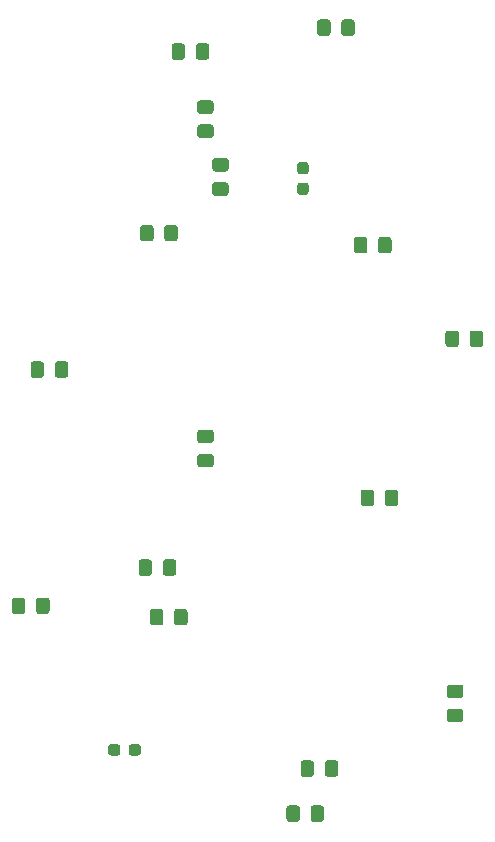
<source format=gbr>
%TF.GenerationSoftware,KiCad,Pcbnew,(5.1.6)-1*%
%TF.CreationDate,2021-10-19T11:47:46+02:00*%
%TF.ProjectId,_autosave-BaumOben,5f617574-6f73-4617-9665-2d4261756d4f,rev?*%
%TF.SameCoordinates,Original*%
%TF.FileFunction,Paste,Bot*%
%TF.FilePolarity,Positive*%
%FSLAX46Y46*%
G04 Gerber Fmt 4.6, Leading zero omitted, Abs format (unit mm)*
G04 Created by KiCad (PCBNEW (5.1.6)-1) date 2021-10-19 11:47:46*
%MOMM*%
%LPD*%
G01*
G04 APERTURE LIST*
G04 APERTURE END LIST*
%TO.C,R6*%
G36*
G01*
X97403499Y-80460000D02*
X98303501Y-80460000D01*
G75*
G02*
X98553500Y-80709999I0J-249999D01*
G01*
X98553500Y-81360001D01*
G75*
G02*
X98303501Y-81610000I-249999J0D01*
G01*
X97403499Y-81610000D01*
G75*
G02*
X97153500Y-81360001I0J249999D01*
G01*
X97153500Y-80709999D01*
G75*
G02*
X97403499Y-80460000I249999J0D01*
G01*
G37*
G36*
G01*
X97403499Y-78410000D02*
X98303501Y-78410000D01*
G75*
G02*
X98553500Y-78659999I0J-249999D01*
G01*
X98553500Y-79310001D01*
G75*
G02*
X98303501Y-79560000I-249999J0D01*
G01*
X97403499Y-79560000D01*
G75*
G02*
X97153500Y-79310001I0J249999D01*
G01*
X97153500Y-78659999D01*
G75*
G02*
X97403499Y-78410000I249999J0D01*
G01*
G37*
%TD*%
%TO.C,R5*%
G36*
G01*
X104579000Y-133471499D02*
X104579000Y-134371501D01*
G75*
G02*
X104329001Y-134621500I-249999J0D01*
G01*
X103678999Y-134621500D01*
G75*
G02*
X103429000Y-134371501I0J249999D01*
G01*
X103429000Y-133471499D01*
G75*
G02*
X103678999Y-133221500I249999J0D01*
G01*
X104329001Y-133221500D01*
G75*
G02*
X104579000Y-133471499I0J-249999D01*
G01*
G37*
G36*
G01*
X106629000Y-133471499D02*
X106629000Y-134371501D01*
G75*
G02*
X106379001Y-134621500I-249999J0D01*
G01*
X105728999Y-134621500D01*
G75*
G02*
X105479000Y-134371501I0J249999D01*
G01*
X105479000Y-133471499D01*
G75*
G02*
X105728999Y-133221500I249999J0D01*
G01*
X106379001Y-133221500D01*
G75*
G02*
X106629000Y-133471499I0J-249999D01*
G01*
G37*
%TD*%
%TO.C,R4*%
G36*
G01*
X93922000Y-117734501D02*
X93922000Y-116834499D01*
G75*
G02*
X94171999Y-116584500I249999J0D01*
G01*
X94822001Y-116584500D01*
G75*
G02*
X95072000Y-116834499I0J-249999D01*
G01*
X95072000Y-117734501D01*
G75*
G02*
X94822001Y-117984500I-249999J0D01*
G01*
X94171999Y-117984500D01*
G75*
G02*
X93922000Y-117734501I0J249999D01*
G01*
G37*
G36*
G01*
X91872000Y-117734501D02*
X91872000Y-116834499D01*
G75*
G02*
X92121999Y-116584500I249999J0D01*
G01*
X92772001Y-116584500D01*
G75*
G02*
X93022000Y-116834499I0J-249999D01*
G01*
X93022000Y-117734501D01*
G75*
G02*
X92772001Y-117984500I-249999J0D01*
G01*
X92121999Y-117984500D01*
G75*
G02*
X91872000Y-117734501I0J249999D01*
G01*
G37*
%TD*%
%TO.C,R2*%
G36*
G01*
X96133499Y-103456000D02*
X97033501Y-103456000D01*
G75*
G02*
X97283500Y-103705999I0J-249999D01*
G01*
X97283500Y-104356001D01*
G75*
G02*
X97033501Y-104606000I-249999J0D01*
G01*
X96133499Y-104606000D01*
G75*
G02*
X95883500Y-104356001I0J249999D01*
G01*
X95883500Y-103705999D01*
G75*
G02*
X96133499Y-103456000I249999J0D01*
G01*
G37*
G36*
G01*
X96133499Y-101406000D02*
X97033501Y-101406000D01*
G75*
G02*
X97283500Y-101655999I0J-249999D01*
G01*
X97283500Y-102306001D01*
G75*
G02*
X97033501Y-102556000I-249999J0D01*
G01*
X96133499Y-102556000D01*
G75*
G02*
X95883500Y-102306001I0J249999D01*
G01*
X95883500Y-101655999D01*
G75*
G02*
X96133499Y-101406000I249999J0D01*
G01*
G37*
%TD*%
%TO.C,DY7*%
G36*
G01*
X95763500Y-69855501D02*
X95763500Y-68955499D01*
G75*
G02*
X96013499Y-68705500I249999J0D01*
G01*
X96663501Y-68705500D01*
G75*
G02*
X96913500Y-68955499I0J-249999D01*
G01*
X96913500Y-69855501D01*
G75*
G02*
X96663501Y-70105500I-249999J0D01*
G01*
X96013499Y-70105500D01*
G75*
G02*
X95763500Y-69855501I0J249999D01*
G01*
G37*
G36*
G01*
X93713500Y-69855501D02*
X93713500Y-68955499D01*
G75*
G02*
X93963499Y-68705500I249999J0D01*
G01*
X94613501Y-68705500D01*
G75*
G02*
X94863500Y-68955499I0J-249999D01*
G01*
X94863500Y-69855501D01*
G75*
G02*
X94613501Y-70105500I-249999J0D01*
G01*
X93963499Y-70105500D01*
G75*
G02*
X93713500Y-69855501I0J249999D01*
G01*
G37*
%TD*%
%TO.C,DY5*%
G36*
G01*
X117278999Y-125037000D02*
X118179001Y-125037000D01*
G75*
G02*
X118429000Y-125286999I0J-249999D01*
G01*
X118429000Y-125937001D01*
G75*
G02*
X118179001Y-126187000I-249999J0D01*
G01*
X117278999Y-126187000D01*
G75*
G02*
X117029000Y-125937001I0J249999D01*
G01*
X117029000Y-125286999D01*
G75*
G02*
X117278999Y-125037000I249999J0D01*
G01*
G37*
G36*
G01*
X117278999Y-122987000D02*
X118179001Y-122987000D01*
G75*
G02*
X118429000Y-123236999I0J-249999D01*
G01*
X118429000Y-123887001D01*
G75*
G02*
X118179001Y-124137000I-249999J0D01*
G01*
X117278999Y-124137000D01*
G75*
G02*
X117029000Y-123887001I0J249999D01*
G01*
X117029000Y-123236999D01*
G75*
G02*
X117278999Y-122987000I249999J0D01*
G01*
G37*
%TD*%
%TO.C,DY3*%
G36*
G01*
X92196500Y-84322499D02*
X92196500Y-85222501D01*
G75*
G02*
X91946501Y-85472500I-249999J0D01*
G01*
X91296499Y-85472500D01*
G75*
G02*
X91046500Y-85222501I0J249999D01*
G01*
X91046500Y-84322499D01*
G75*
G02*
X91296499Y-84072500I249999J0D01*
G01*
X91946501Y-84072500D01*
G75*
G02*
X92196500Y-84322499I0J-249999D01*
G01*
G37*
G36*
G01*
X94246500Y-84322499D02*
X94246500Y-85222501D01*
G75*
G02*
X93996501Y-85472500I-249999J0D01*
G01*
X93346499Y-85472500D01*
G75*
G02*
X93096500Y-85222501I0J249999D01*
G01*
X93096500Y-84322499D01*
G75*
G02*
X93346499Y-84072500I249999J0D01*
G01*
X93996501Y-84072500D01*
G75*
G02*
X94246500Y-84322499I0J-249999D01*
G01*
G37*
%TD*%
%TO.C,DY2*%
G36*
G01*
X83825500Y-96779501D02*
X83825500Y-95879499D01*
G75*
G02*
X84075499Y-95629500I249999J0D01*
G01*
X84725501Y-95629500D01*
G75*
G02*
X84975500Y-95879499I0J-249999D01*
G01*
X84975500Y-96779501D01*
G75*
G02*
X84725501Y-97029500I-249999J0D01*
G01*
X84075499Y-97029500D01*
G75*
G02*
X83825500Y-96779501I0J249999D01*
G01*
G37*
G36*
G01*
X81775500Y-96779501D02*
X81775500Y-95879499D01*
G75*
G02*
X82025499Y-95629500I249999J0D01*
G01*
X82675501Y-95629500D01*
G75*
G02*
X82925500Y-95879499I0J-249999D01*
G01*
X82925500Y-96779501D01*
G75*
G02*
X82675501Y-97029500I-249999J0D01*
G01*
X82025499Y-97029500D01*
G75*
G02*
X81775500Y-96779501I0J249999D01*
G01*
G37*
%TD*%
%TO.C,DR8*%
G36*
G01*
X92069500Y-112643499D02*
X92069500Y-113543501D01*
G75*
G02*
X91819501Y-113793500I-249999J0D01*
G01*
X91169499Y-113793500D01*
G75*
G02*
X90919500Y-113543501I0J249999D01*
G01*
X90919500Y-112643499D01*
G75*
G02*
X91169499Y-112393500I249999J0D01*
G01*
X91819501Y-112393500D01*
G75*
G02*
X92069500Y-112643499I0J-249999D01*
G01*
G37*
G36*
G01*
X94119500Y-112643499D02*
X94119500Y-113543501D01*
G75*
G02*
X93869501Y-113793500I-249999J0D01*
G01*
X93219499Y-113793500D01*
G75*
G02*
X92969500Y-113543501I0J249999D01*
G01*
X92969500Y-112643499D01*
G75*
G02*
X93219499Y-112393500I249999J0D01*
G01*
X93869501Y-112393500D01*
G75*
G02*
X94119500Y-112643499I0J-249999D01*
G01*
G37*
%TD*%
%TO.C,DR6*%
G36*
G01*
X110865500Y-106737999D02*
X110865500Y-107638001D01*
G75*
G02*
X110615501Y-107888000I-249999J0D01*
G01*
X109965499Y-107888000D01*
G75*
G02*
X109715500Y-107638001I0J249999D01*
G01*
X109715500Y-106737999D01*
G75*
G02*
X109965499Y-106488000I249999J0D01*
G01*
X110615501Y-106488000D01*
G75*
G02*
X110865500Y-106737999I0J-249999D01*
G01*
G37*
G36*
G01*
X112915500Y-106737999D02*
X112915500Y-107638001D01*
G75*
G02*
X112665501Y-107888000I-249999J0D01*
G01*
X112015499Y-107888000D01*
G75*
G02*
X111765500Y-107638001I0J249999D01*
G01*
X111765500Y-106737999D01*
G75*
G02*
X112015499Y-106488000I249999J0D01*
G01*
X112665501Y-106488000D01*
G75*
G02*
X112915500Y-106737999I0J-249999D01*
G01*
G37*
%TD*%
%TO.C,DR4*%
G36*
G01*
X108082500Y-67823501D02*
X108082500Y-66923499D01*
G75*
G02*
X108332499Y-66673500I249999J0D01*
G01*
X108982501Y-66673500D01*
G75*
G02*
X109232500Y-66923499I0J-249999D01*
G01*
X109232500Y-67823501D01*
G75*
G02*
X108982501Y-68073500I-249999J0D01*
G01*
X108332499Y-68073500D01*
G75*
G02*
X108082500Y-67823501I0J249999D01*
G01*
G37*
G36*
G01*
X106032500Y-67823501D02*
X106032500Y-66923499D01*
G75*
G02*
X106282499Y-66673500I249999J0D01*
G01*
X106932501Y-66673500D01*
G75*
G02*
X107182500Y-66923499I0J-249999D01*
G01*
X107182500Y-67823501D01*
G75*
G02*
X106932501Y-68073500I-249999J0D01*
G01*
X106282499Y-68073500D01*
G75*
G02*
X106032500Y-67823501I0J249999D01*
G01*
G37*
%TD*%
%TO.C,DR2*%
G36*
G01*
X81338000Y-115881999D02*
X81338000Y-116782001D01*
G75*
G02*
X81088001Y-117032000I-249999J0D01*
G01*
X80437999Y-117032000D01*
G75*
G02*
X80188000Y-116782001I0J249999D01*
G01*
X80188000Y-115881999D01*
G75*
G02*
X80437999Y-115632000I249999J0D01*
G01*
X81088001Y-115632000D01*
G75*
G02*
X81338000Y-115881999I0J-249999D01*
G01*
G37*
G36*
G01*
X83388000Y-115881999D02*
X83388000Y-116782001D01*
G75*
G02*
X83138001Y-117032000I-249999J0D01*
G01*
X82487999Y-117032000D01*
G75*
G02*
X82238000Y-116782001I0J249999D01*
G01*
X82238000Y-115881999D01*
G75*
G02*
X82487999Y-115632000I249999J0D01*
G01*
X83138001Y-115632000D01*
G75*
G02*
X83388000Y-115881999I0J-249999D01*
G01*
G37*
%TD*%
%TO.C,DG8*%
G36*
G01*
X97033501Y-74670500D02*
X96133499Y-74670500D01*
G75*
G02*
X95883500Y-74420501I0J249999D01*
G01*
X95883500Y-73770499D01*
G75*
G02*
X96133499Y-73520500I249999J0D01*
G01*
X97033501Y-73520500D01*
G75*
G02*
X97283500Y-73770499I0J-249999D01*
G01*
X97283500Y-74420501D01*
G75*
G02*
X97033501Y-74670500I-249999J0D01*
G01*
G37*
G36*
G01*
X97033501Y-76720500D02*
X96133499Y-76720500D01*
G75*
G02*
X95883500Y-76470501I0J249999D01*
G01*
X95883500Y-75820499D01*
G75*
G02*
X96133499Y-75570500I249999J0D01*
G01*
X97033501Y-75570500D01*
G75*
G02*
X97283500Y-75820499I0J-249999D01*
G01*
X97283500Y-76470501D01*
G75*
G02*
X97033501Y-76720500I-249999J0D01*
G01*
G37*
%TD*%
%TO.C,DG6*%
G36*
G01*
X111194000Y-86238501D02*
X111194000Y-85338499D01*
G75*
G02*
X111443999Y-85088500I249999J0D01*
G01*
X112094001Y-85088500D01*
G75*
G02*
X112344000Y-85338499I0J-249999D01*
G01*
X112344000Y-86238501D01*
G75*
G02*
X112094001Y-86488500I-249999J0D01*
G01*
X111443999Y-86488500D01*
G75*
G02*
X111194000Y-86238501I0J249999D01*
G01*
G37*
G36*
G01*
X109144000Y-86238501D02*
X109144000Y-85338499D01*
G75*
G02*
X109393999Y-85088500I249999J0D01*
G01*
X110044001Y-85088500D01*
G75*
G02*
X110294000Y-85338499I0J-249999D01*
G01*
X110294000Y-86238501D01*
G75*
G02*
X110044001Y-86488500I-249999J0D01*
G01*
X109393999Y-86488500D01*
G75*
G02*
X109144000Y-86238501I0J249999D01*
G01*
G37*
%TD*%
%TO.C,DG4*%
G36*
G01*
X105785500Y-129661499D02*
X105785500Y-130561501D01*
G75*
G02*
X105535501Y-130811500I-249999J0D01*
G01*
X104885499Y-130811500D01*
G75*
G02*
X104635500Y-130561501I0J249999D01*
G01*
X104635500Y-129661499D01*
G75*
G02*
X104885499Y-129411500I249999J0D01*
G01*
X105535501Y-129411500D01*
G75*
G02*
X105785500Y-129661499I0J-249999D01*
G01*
G37*
G36*
G01*
X107835500Y-129661499D02*
X107835500Y-130561501D01*
G75*
G02*
X107585501Y-130811500I-249999J0D01*
G01*
X106935499Y-130811500D01*
G75*
G02*
X106685500Y-130561501I0J249999D01*
G01*
X106685500Y-129661499D01*
G75*
G02*
X106935499Y-129411500I249999J0D01*
G01*
X107585501Y-129411500D01*
G75*
G02*
X107835500Y-129661499I0J-249999D01*
G01*
G37*
%TD*%
%TO.C,DG2*%
G36*
G01*
X118050000Y-93275999D02*
X118050000Y-94176001D01*
G75*
G02*
X117800001Y-94426000I-249999J0D01*
G01*
X117149999Y-94426000D01*
G75*
G02*
X116900000Y-94176001I0J249999D01*
G01*
X116900000Y-93275999D01*
G75*
G02*
X117149999Y-93026000I249999J0D01*
G01*
X117800001Y-93026000D01*
G75*
G02*
X118050000Y-93275999I0J-249999D01*
G01*
G37*
G36*
G01*
X120100000Y-93275999D02*
X120100000Y-94176001D01*
G75*
G02*
X119850001Y-94426000I-249999J0D01*
G01*
X119199999Y-94426000D01*
G75*
G02*
X118950000Y-94176001I0J249999D01*
G01*
X118950000Y-93275999D01*
G75*
G02*
X119199999Y-93026000I249999J0D01*
G01*
X119850001Y-93026000D01*
G75*
G02*
X120100000Y-93275999I0J-249999D01*
G01*
G37*
%TD*%
%TO.C,DB3*%
G36*
G01*
X105076000Y-79787000D02*
X104601000Y-79787000D01*
G75*
G02*
X104363500Y-79549500I0J237500D01*
G01*
X104363500Y-78974500D01*
G75*
G02*
X104601000Y-78737000I237500J0D01*
G01*
X105076000Y-78737000D01*
G75*
G02*
X105313500Y-78974500I0J-237500D01*
G01*
X105313500Y-79549500D01*
G75*
G02*
X105076000Y-79787000I-237500J0D01*
G01*
G37*
G36*
G01*
X105076000Y-81537000D02*
X104601000Y-81537000D01*
G75*
G02*
X104363500Y-81299500I0J237500D01*
G01*
X104363500Y-80724500D01*
G75*
G02*
X104601000Y-80487000I237500J0D01*
G01*
X105076000Y-80487000D01*
G75*
G02*
X105313500Y-80724500I0J-237500D01*
G01*
X105313500Y-81299500D01*
G75*
G02*
X105076000Y-81537000I-237500J0D01*
G01*
G37*
%TD*%
%TO.C,DB1*%
G36*
G01*
X90075500Y-128761500D02*
X90075500Y-128286500D01*
G75*
G02*
X90313000Y-128049000I237500J0D01*
G01*
X90888000Y-128049000D01*
G75*
G02*
X91125500Y-128286500I0J-237500D01*
G01*
X91125500Y-128761500D01*
G75*
G02*
X90888000Y-128999000I-237500J0D01*
G01*
X90313000Y-128999000D01*
G75*
G02*
X90075500Y-128761500I0J237500D01*
G01*
G37*
G36*
G01*
X88325500Y-128761500D02*
X88325500Y-128286500D01*
G75*
G02*
X88563000Y-128049000I237500J0D01*
G01*
X89138000Y-128049000D01*
G75*
G02*
X89375500Y-128286500I0J-237500D01*
G01*
X89375500Y-128761500D01*
G75*
G02*
X89138000Y-128999000I-237500J0D01*
G01*
X88563000Y-128999000D01*
G75*
G02*
X88325500Y-128761500I0J237500D01*
G01*
G37*
%TD*%
M02*

</source>
